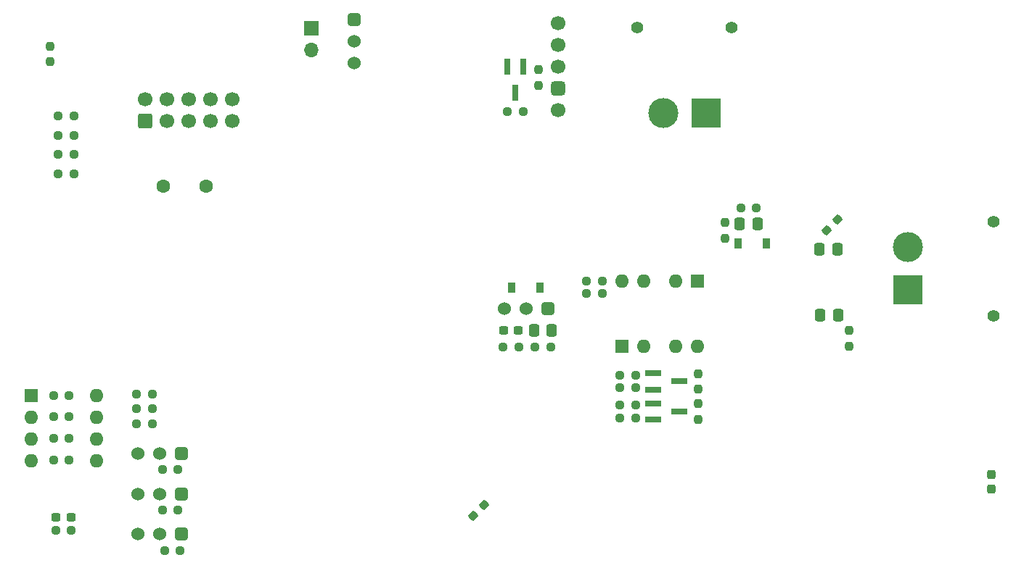
<source format=gbs>
%TF.GenerationSoftware,KiCad,Pcbnew,(6.0.11)*%
%TF.CreationDate,2023-08-03T06:57:00+09:00*%
%TF.ProjectId,motordriver,6d6f746f-7264-4726-9976-65722e6b6963,rev?*%
%TF.SameCoordinates,Original*%
%TF.FileFunction,Soldermask,Bot*%
%TF.FilePolarity,Negative*%
%FSLAX46Y46*%
G04 Gerber Fmt 4.6, Leading zero omitted, Abs format (unit mm)*
G04 Created by KiCad (PCBNEW (6.0.11)) date 2023-08-03 06:57:00*
%MOMM*%
%LPD*%
G01*
G04 APERTURE LIST*
G04 Aperture macros list*
%AMRoundRect*
0 Rectangle with rounded corners*
0 $1 Rounding radius*
0 $2 $3 $4 $5 $6 $7 $8 $9 X,Y pos of 4 corners*
0 Add a 4 corners polygon primitive as box body*
4,1,4,$2,$3,$4,$5,$6,$7,$8,$9,$2,$3,0*
0 Add four circle primitives for the rounded corners*
1,1,$1+$1,$2,$3*
1,1,$1+$1,$4,$5*
1,1,$1+$1,$6,$7*
1,1,$1+$1,$8,$9*
0 Add four rect primitives between the rounded corners*
20,1,$1+$1,$2,$3,$4,$5,0*
20,1,$1+$1,$4,$5,$6,$7,0*
20,1,$1+$1,$6,$7,$8,$9,0*
20,1,$1+$1,$8,$9,$2,$3,0*%
G04 Aperture macros list end*
%ADD10RoundRect,0.250000X0.600000X-0.600000X0.600000X0.600000X-0.600000X0.600000X-0.600000X-0.600000X0*%
%ADD11C,1.700000*%
%ADD12R,1.700000X1.700000*%
%ADD13O,1.700000X1.700000*%
%ADD14RoundRect,0.425000X0.425000X0.425000X-0.425000X0.425000X-0.425000X-0.425000X0.425000X-0.425000X0*%
%ADD15R,1.600000X1.600000*%
%ADD16O,1.600000X1.600000*%
%ADD17RoundRect,0.381000X-0.381000X0.381000X-0.381000X-0.381000X0.381000X-0.381000X0.381000X0.381000X0*%
%ADD18C,1.524000*%
%ADD19C,1.400000*%
%ADD20R,3.500000X3.500000*%
%ADD21C,3.500000*%
%ADD22C,1.600000*%
%ADD23RoundRect,0.381000X-0.381000X-0.381000X0.381000X-0.381000X0.381000X0.381000X-0.381000X0.381000X0*%
%ADD24RoundRect,0.237500X-0.237500X0.250000X-0.237500X-0.250000X0.237500X-0.250000X0.237500X0.250000X0*%
%ADD25RoundRect,0.237500X-0.237500X0.300000X-0.237500X-0.300000X0.237500X-0.300000X0.237500X0.300000X0*%
%ADD26RoundRect,0.237500X-0.250000X-0.237500X0.250000X-0.237500X0.250000X0.237500X-0.250000X0.237500X0*%
%ADD27RoundRect,0.237500X-0.300000X-0.237500X0.300000X-0.237500X0.300000X0.237500X-0.300000X0.237500X0*%
%ADD28RoundRect,0.237500X0.237500X-0.250000X0.237500X0.250000X-0.237500X0.250000X-0.237500X-0.250000X0*%
%ADD29RoundRect,0.237500X0.250000X0.237500X-0.250000X0.237500X-0.250000X-0.237500X0.250000X-0.237500X0*%
%ADD30RoundRect,0.237500X0.008839X0.344715X-0.344715X-0.008839X-0.008839X-0.344715X0.344715X0.008839X0*%
%ADD31R,1.900000X0.800000*%
%ADD32R,0.900000X1.200000*%
%ADD33RoundRect,0.250000X-0.337500X-0.475000X0.337500X-0.475000X0.337500X0.475000X-0.337500X0.475000X0*%
%ADD34R,0.800000X1.900000*%
%ADD35RoundRect,0.250000X0.337500X0.475000X-0.337500X0.475000X-0.337500X-0.475000X0.337500X-0.475000X0*%
%ADD36RoundRect,0.237500X0.300000X0.237500X-0.300000X0.237500X-0.300000X-0.237500X0.300000X-0.237500X0*%
%ADD37RoundRect,0.237500X-0.008839X-0.344715X0.344715X0.008839X0.008839X0.344715X-0.344715X-0.008839X0*%
G04 APERTURE END LIST*
D10*
%TO.C,J2*%
X109320000Y-72090000D03*
D11*
X109320000Y-69550000D03*
X111860000Y-72090000D03*
X111860000Y-69550000D03*
X114400000Y-72090000D03*
X114400000Y-69550000D03*
X116940000Y-72090000D03*
X116940000Y-69550000D03*
X119480000Y-72090000D03*
X119480000Y-69550000D03*
%TD*%
D12*
%TO.C,JP1*%
X128750000Y-61250000D03*
D13*
X128750000Y-63790000D03*
%TD*%
D14*
%TO.C,SW6*%
X157500000Y-68290000D03*
D11*
X157500000Y-65750000D03*
X157500000Y-63210000D03*
X157500000Y-70830000D03*
X157500000Y-60670000D03*
%TD*%
D15*
%TO.C,SW5*%
X96050000Y-104150000D03*
D16*
X96050000Y-106690000D03*
X96050000Y-109230000D03*
X96050000Y-111770000D03*
X103670000Y-111770000D03*
X103670000Y-109230000D03*
X103670000Y-106690000D03*
X103670000Y-104150000D03*
%TD*%
D17*
%TO.C,U1*%
X156290000Y-94028000D03*
D18*
X153750000Y-94028000D03*
X151210000Y-94028000D03*
%TD*%
D19*
%TO.C,J1*%
X166750000Y-61175000D03*
X177750000Y-61175000D03*
D20*
X174750000Y-71175000D03*
D21*
X169750000Y-71175000D03*
%TD*%
D17*
%TO.C,SW3*%
X113540000Y-120312500D03*
D18*
X111000000Y-120312500D03*
X108460000Y-120312500D03*
%TD*%
D15*
%TO.C,U5*%
X164975000Y-98390000D03*
D16*
X167515000Y-98390000D03*
X167515000Y-90770000D03*
X164975000Y-90770000D03*
%TD*%
D19*
%TO.C,J4*%
X208350000Y-83815000D03*
X208350000Y-94815000D03*
D20*
X198350000Y-91815000D03*
D21*
X198350000Y-86815000D03*
%TD*%
D15*
%TO.C,U4*%
X173775000Y-90790000D03*
D16*
X171235000Y-90790000D03*
X171235000Y-98410000D03*
X173775000Y-98410000D03*
%TD*%
D22*
%TO.C,C12*%
X111450000Y-79692500D03*
X116450000Y-79692500D03*
%TD*%
D23*
%TO.C,SW9*%
X133750000Y-60240000D03*
D18*
X133750000Y-62780000D03*
X133750000Y-65320000D03*
%TD*%
D17*
%TO.C,SW2*%
X113530000Y-115650000D03*
D18*
X110990000Y-115650000D03*
X108450000Y-115650000D03*
%TD*%
D17*
%TO.C,SW7*%
X113540000Y-110900000D03*
D18*
X111000000Y-110900000D03*
X108460000Y-110900000D03*
%TD*%
D24*
%TO.C,R37*%
X173887501Y-105121053D03*
X173887501Y-106946053D03*
%TD*%
D25*
%TO.C,C24*%
X208050000Y-113387500D03*
X208050000Y-115112500D03*
%TD*%
D26*
%TO.C,R34*%
X164725000Y-103249999D03*
X166550000Y-103249999D03*
%TD*%
%TO.C,R36*%
X164725000Y-101750000D03*
X166550000Y-101750000D03*
%TD*%
%TO.C,R30*%
X99174999Y-76000000D03*
X100999999Y-76000000D03*
%TD*%
D27*
%TO.C,C8*%
X151137500Y-96500000D03*
X152862500Y-96500000D03*
%TD*%
D28*
%TO.C,R38*%
X173887501Y-103412500D03*
X173887501Y-101587500D03*
%TD*%
D29*
%TO.C,R12*%
X110162500Y-105700000D03*
X108337500Y-105700000D03*
%TD*%
D26*
%TO.C,R28*%
X99175000Y-71500001D03*
X101000000Y-71500001D03*
%TD*%
D29*
%TO.C,R20*%
X113162500Y-112750000D03*
X111337500Y-112750000D03*
%TD*%
D28*
%TO.C,R45*%
X191465000Y-98382500D03*
X191465000Y-96557500D03*
%TD*%
D29*
%TO.C,R13*%
X100462500Y-106650000D03*
X98637500Y-106650000D03*
%TD*%
D30*
%TO.C,R47*%
X190110235Y-83574765D03*
X188819765Y-84865235D03*
%TD*%
D29*
%TO.C,R2*%
X113162500Y-117500000D03*
X111337500Y-117500000D03*
%TD*%
D31*
%TO.C,Q9*%
X168637500Y-106983554D03*
X168637500Y-105083554D03*
X171637500Y-106033554D03*
%TD*%
D32*
%TO.C,D1*%
X178550000Y-86340000D03*
X181850000Y-86340000D03*
%TD*%
D33*
%TO.C,C3*%
X178712500Y-84090000D03*
X180787500Y-84090000D03*
%TD*%
D32*
%TO.C,D4*%
X155400000Y-91500000D03*
X152100000Y-91500000D03*
%TD*%
D34*
%TO.C,Q2*%
X151550000Y-65750000D03*
X153450000Y-65750000D03*
X152500000Y-68750000D03*
%TD*%
D29*
%TO.C,R1*%
X100712500Y-119900000D03*
X98887500Y-119900000D03*
%TD*%
D26*
%TO.C,R33*%
X164725000Y-106783554D03*
X166550000Y-106783554D03*
%TD*%
D35*
%TO.C,C6*%
X156787500Y-96500000D03*
X154712500Y-96500000D03*
%TD*%
D29*
%TO.C,R11*%
X110162500Y-103950000D03*
X108337500Y-103950000D03*
%TD*%
%TO.C,R15*%
X100462500Y-109150000D03*
X98637500Y-109150000D03*
%TD*%
D26*
%TO.C,R29*%
X99174999Y-73750000D03*
X100999999Y-73750000D03*
%TD*%
%TO.C,R6*%
X178837500Y-82265000D03*
X180662500Y-82265000D03*
%TD*%
D31*
%TO.C,Q10*%
X168637500Y-103450000D03*
X168637500Y-101550000D03*
X171637500Y-102500000D03*
%TD*%
D35*
%TO.C,C17*%
X190167500Y-94800000D03*
X188092500Y-94800000D03*
%TD*%
D29*
%TO.C,R21*%
X152912500Y-98500000D03*
X151087500Y-98500000D03*
%TD*%
D26*
%TO.C,R31*%
X99174999Y-78250000D03*
X100999999Y-78250000D03*
%TD*%
D24*
%TO.C,R18*%
X98250000Y-63337500D03*
X98250000Y-65162500D03*
%TD*%
D29*
%TO.C,R3*%
X113412500Y-122250000D03*
X111587500Y-122250000D03*
%TD*%
D26*
%TO.C,R35*%
X164725000Y-105283554D03*
X166550000Y-105283554D03*
%TD*%
D28*
%TO.C,R14*%
X155250000Y-67912500D03*
X155250000Y-66087500D03*
%TD*%
D29*
%TO.C,R16*%
X100462500Y-111650000D03*
X98637500Y-111650000D03*
%TD*%
%TO.C,R39*%
X162662500Y-92250000D03*
X160837500Y-92250000D03*
%TD*%
%TO.C,R8*%
X100462500Y-104150000D03*
X98637500Y-104150000D03*
%TD*%
D36*
%TO.C,C1*%
X100662500Y-118400000D03*
X98937500Y-118400000D03*
%TD*%
D37*
%TO.C,R55*%
X147604765Y-118195235D03*
X148895235Y-116904765D03*
%TD*%
D24*
%TO.C,R5*%
X177000000Y-83927500D03*
X177000000Y-85752500D03*
%TD*%
D29*
%TO.C,R19*%
X110162500Y-107500000D03*
X108337500Y-107500000D03*
%TD*%
D35*
%TO.C,C16*%
X190087500Y-87050000D03*
X188012500Y-87050000D03*
%TD*%
D26*
%TO.C,R17*%
X154837500Y-98500000D03*
X156662500Y-98500000D03*
%TD*%
D29*
%TO.C,R40*%
X162662500Y-90750000D03*
X160837500Y-90750000D03*
%TD*%
%TO.C,R7*%
X153412500Y-71000000D03*
X151587500Y-71000000D03*
%TD*%
M02*

</source>
